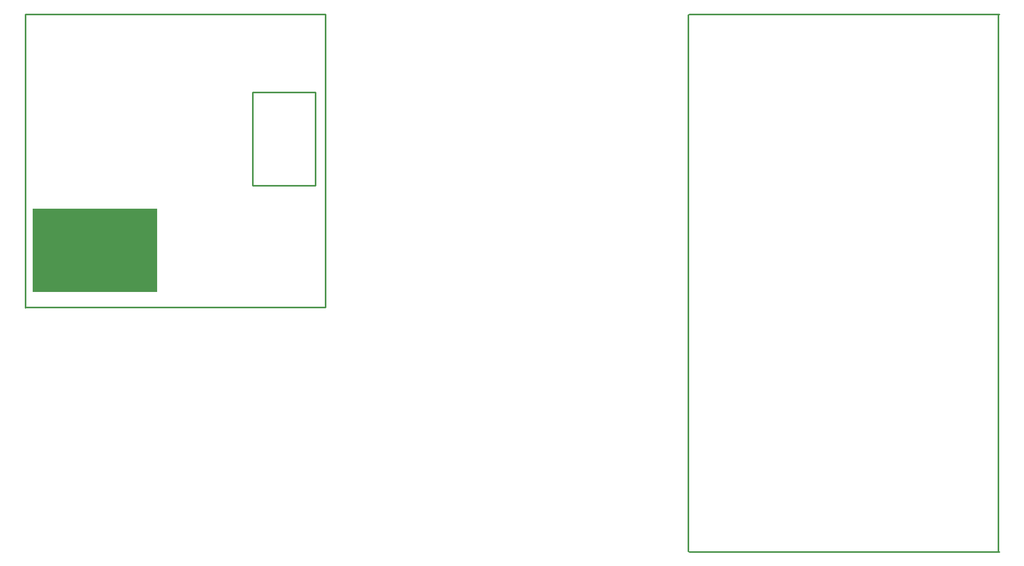
<source format=gm1>
%FSLAX25Y25*%
%MOIN*%
G70*
G01*
G75*
G04 Layer_Color=16711935*
%ADD10C,0.03000*%
%ADD11C,0.05000*%
%ADD12R,0.09055X0.05906*%
%ADD13R,0.05906X0.05512*%
%ADD14R,0.05512X0.05906*%
%ADD15R,0.18000X0.19000*%
%ADD16R,0.18000X0.18000*%
%ADD17C,0.09843*%
%ADD18C,0.05906*%
%ADD19C,0.07087*%
%ADD20R,0.07087X0.07087*%
%ADD21C,0.07874*%
%ADD22C,0.06299*%
%ADD23R,0.06299X0.06299*%
%ADD24C,0.06299*%
%ADD25C,0.27000*%
%ADD26O,0.11811X0.09843*%
%ADD27R,0.11811X0.09843*%
%ADD28R,0.07087X0.07087*%
%ADD29C,0.11811*%
%ADD30R,0.05906X0.09055*%
%ADD31O,0.02756X0.09843*%
%ADD32R,0.04803X0.04921*%
%ADD33C,0.06000*%
%ADD34R,0.23000X0.29000*%
%ADD35R,0.50800X0.48500*%
%ADD36R,0.25000X0.07000*%
%ADD37R,0.71440X1.29200*%
%ADD38R,0.94240X1.26700*%
%ADD39R,0.80583X2.30800*%
%ADD40R,0.73443X0.74200*%
%ADD41R,0.26000X0.12800*%
%ADD42R,0.18000X2.24000*%
%ADD43C,0.00787*%
%ADD44C,0.02362*%
%ADD45C,0.00984*%
%ADD46C,0.01000*%
%ADD47C,0.00800*%
%ADD48C,0.00591*%
%ADD49R,1.90000X1.86000*%
%ADD50R,0.15800X0.01900*%
%ADD51R,0.09855X0.06706*%
%ADD52R,0.06706X0.06312*%
%ADD53R,0.06312X0.06706*%
%ADD54C,0.10642*%
%ADD55C,0.06706*%
%ADD56C,0.07887*%
%ADD57R,0.07887X0.07887*%
%ADD58C,0.08674*%
%ADD59C,0.07099*%
%ADD60R,0.07099X0.07099*%
%ADD61C,0.07099*%
%ADD62C,0.27800*%
%ADD63O,0.12611X0.10642*%
%ADD64R,0.12611X0.10642*%
%ADD65R,0.07887X0.07887*%
%ADD66C,0.12611*%
%ADD67R,0.06706X0.09855*%
%ADD68O,0.03556X0.10642*%
%ADD69R,0.05603X0.05721*%
%ADD70R,0.01900X0.15800*%
%ADD71R,0.79000X0.53000*%
D46*
X3214400Y629000D02*
Y968300D01*
X2599500Y783300D02*
X2789000D01*
Y968700D01*
X2599400Y783000D02*
Y968300D01*
X2599500Y968700D02*
X2789000D01*
X3019000D02*
X3215000D01*
X3018400Y629000D02*
Y968300D01*
X3019000Y628800D02*
X3215000D01*
X2743315Y860472D02*
Y919528D01*
X2782685D01*
X2743315Y860472D02*
X2782685D01*
Y919528D01*
D71*
X2643500Y819500D02*
D03*
M02*

</source>
